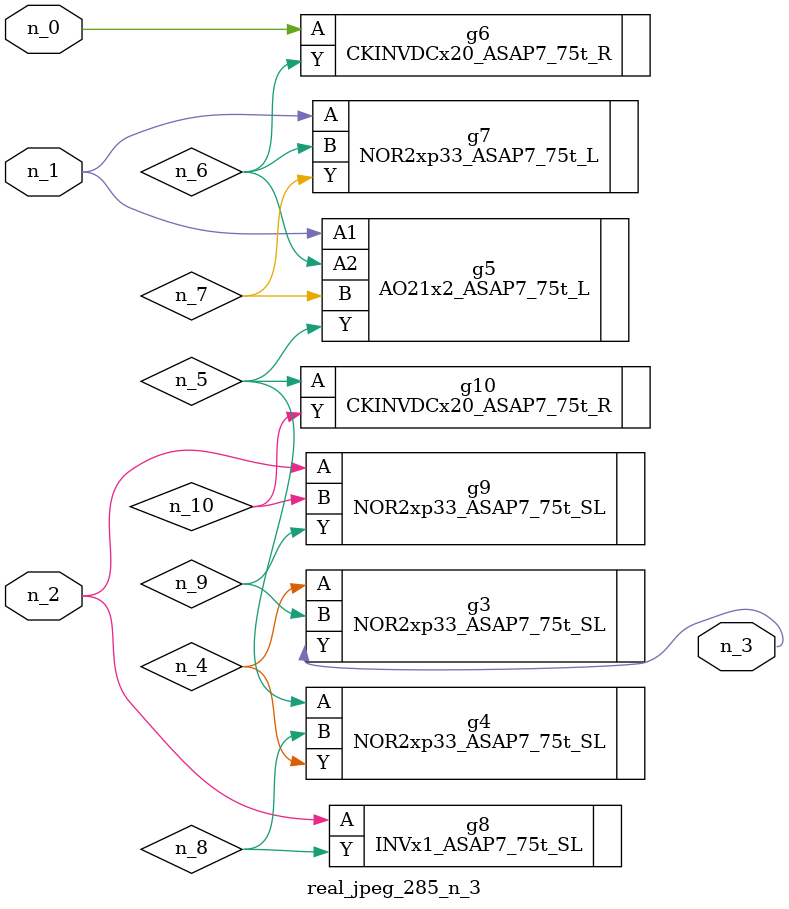
<source format=v>
module real_jpeg_285_n_3 (n_1, n_0, n_2, n_3);

input n_1;
input n_0;
input n_2;

output n_3;

wire n_5;
wire n_4;
wire n_8;
wire n_6;
wire n_7;
wire n_10;
wire n_9;

CKINVDCx20_ASAP7_75t_R g6 ( 
.A(n_0),
.Y(n_6)
);

AO21x2_ASAP7_75t_L g5 ( 
.A1(n_1),
.A2(n_6),
.B(n_7),
.Y(n_5)
);

NOR2xp33_ASAP7_75t_L g7 ( 
.A(n_1),
.B(n_6),
.Y(n_7)
);

INVx1_ASAP7_75t_SL g8 ( 
.A(n_2),
.Y(n_8)
);

NOR2xp33_ASAP7_75t_SL g9 ( 
.A(n_2),
.B(n_10),
.Y(n_9)
);

NOR2xp33_ASAP7_75t_SL g3 ( 
.A(n_4),
.B(n_9),
.Y(n_3)
);

NOR2xp33_ASAP7_75t_SL g4 ( 
.A(n_5),
.B(n_8),
.Y(n_4)
);

CKINVDCx20_ASAP7_75t_R g10 ( 
.A(n_5),
.Y(n_10)
);


endmodule
</source>
